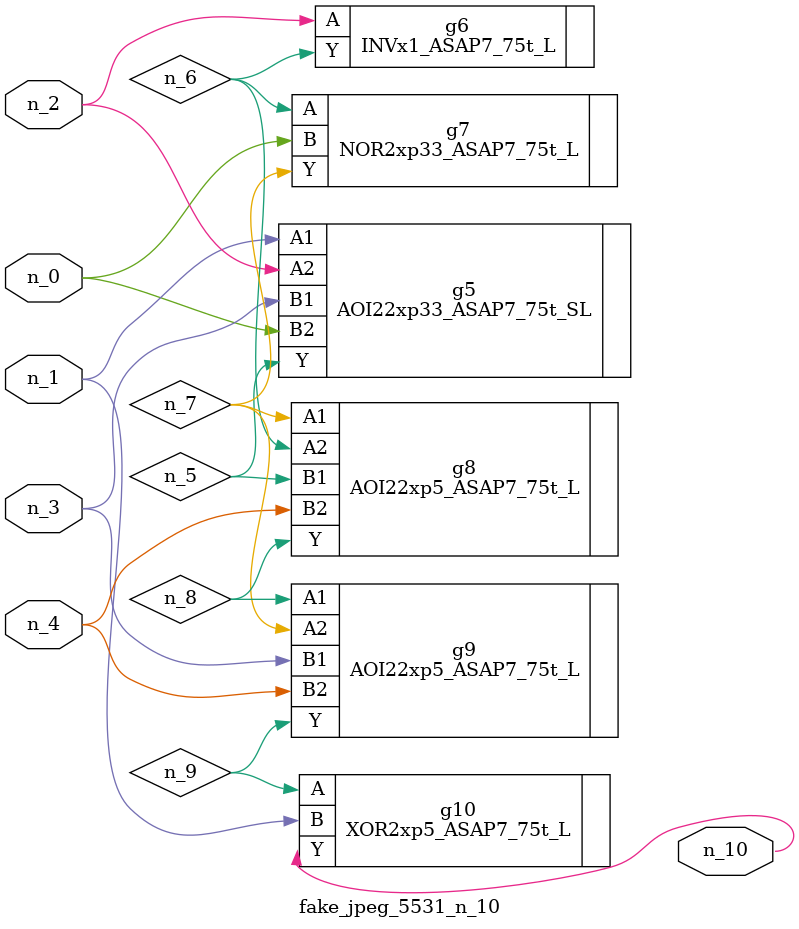
<source format=v>
module fake_jpeg_5531_n_10 (n_3, n_2, n_1, n_0, n_4, n_10);

input n_3;
input n_2;
input n_1;
input n_0;
input n_4;

output n_10;

wire n_8;
wire n_9;
wire n_6;
wire n_5;
wire n_7;

AOI22xp33_ASAP7_75t_SL g5 ( 
.A1(n_1),
.A2(n_2),
.B1(n_3),
.B2(n_0),
.Y(n_5)
);

INVx1_ASAP7_75t_L g6 ( 
.A(n_2),
.Y(n_6)
);

NOR2xp33_ASAP7_75t_L g7 ( 
.A(n_6),
.B(n_0),
.Y(n_7)
);

AOI22xp5_ASAP7_75t_L g8 ( 
.A1(n_7),
.A2(n_6),
.B1(n_5),
.B2(n_4),
.Y(n_8)
);

AOI22xp5_ASAP7_75t_L g9 ( 
.A1(n_8),
.A2(n_7),
.B1(n_3),
.B2(n_4),
.Y(n_9)
);

XOR2xp5_ASAP7_75t_L g10 ( 
.A(n_9),
.B(n_1),
.Y(n_10)
);


endmodule
</source>
